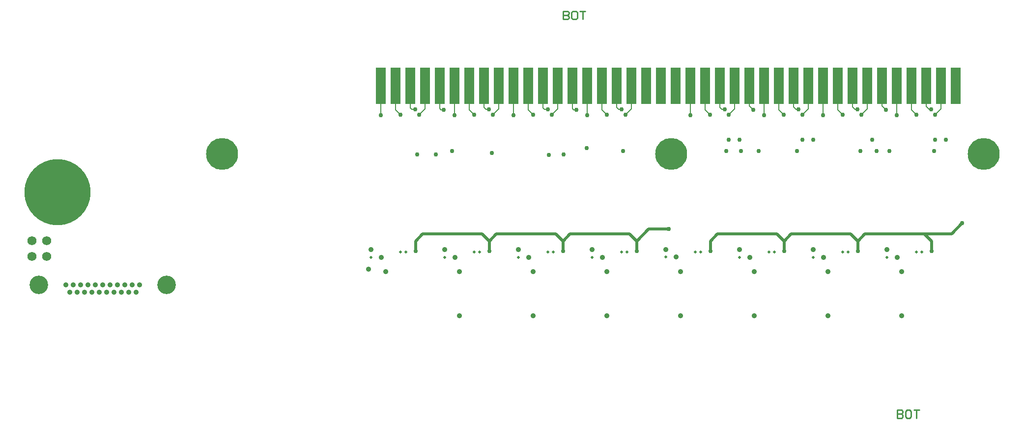
<source format=gbl>
G04 Layer_Physical_Order=6*
G04 Layer_Color=16711680*
%FSLAX25Y25*%
%MOIN*%
G70*
G01*
G75*
%ADD15C,0.02000*%
%ADD17R,0.07000X0.25000*%
%ADD20C,0.02000*%
%ADD22C,0.01000*%
%ADD23C,0.03500*%
%ADD24C,0.45000*%
%ADD25C,0.06200*%
%ADD26C,0.21700*%
%ADD27C,0.12598*%
%ADD28C,0.03000*%
%ADD37C,0.00800*%
D15*
X420962Y46928D02*
D03*
X370962D02*
D03*
X321000Y47000D02*
D03*
X271000Y46965D02*
D03*
X220962Y46928D02*
D03*
X171000Y46965D02*
D03*
X120962Y46928D02*
D03*
X144500Y50600D02*
D03*
X194500D02*
D03*
X244500D02*
D03*
X294500Y50635D02*
D03*
X341000D02*
D03*
X344500D02*
D03*
X394500Y50600D02*
D03*
X441000Y50635D02*
D03*
X444500D02*
D03*
X491000D02*
D03*
X494500D02*
D03*
X141000Y50600D02*
D03*
X291000Y50635D02*
D03*
X191000Y50600D02*
D03*
X241000D02*
D03*
X391000D02*
D03*
X471000Y46965D02*
D03*
D17*
X137500Y163500D02*
D03*
X517500D02*
D03*
X507500D02*
D03*
X497500D02*
D03*
X487500D02*
D03*
X477500D02*
D03*
X467500D02*
D03*
X457500D02*
D03*
X447500D02*
D03*
X437500D02*
D03*
X427500D02*
D03*
X417500D02*
D03*
X407500D02*
D03*
X397500D02*
D03*
X387500D02*
D03*
X377500D02*
D03*
X367500D02*
D03*
X357500D02*
D03*
X347500D02*
D03*
X337500D02*
D03*
X327500D02*
D03*
X317500D02*
D03*
X307500D02*
D03*
X297500D02*
D03*
X287500D02*
D03*
X277500D02*
D03*
X267500D02*
D03*
X257500D02*
D03*
X247500D02*
D03*
X237500D02*
D03*
X227500D02*
D03*
X217500D02*
D03*
X207500D02*
D03*
X197500D02*
D03*
X187500D02*
D03*
X177500D02*
D03*
X167500D02*
D03*
X157500D02*
D03*
X147500D02*
D03*
X127500D02*
D03*
D20*
X501162Y51062D02*
Y57944D01*
X451162Y51062D02*
Y57944D01*
X401125Y51025D02*
Y57907D01*
X251125Y51025D02*
Y57907D01*
X301087Y50987D02*
Y57869D01*
X514834Y62834D02*
X522000Y70000D01*
X496272Y62834D02*
X514834D01*
X451200Y57982D02*
X456052Y62834D01*
X496272D01*
X501162Y57944D01*
X401200Y57982D02*
X406052Y62834D01*
X446272D01*
X451162Y57944D01*
X351162D02*
X356015Y62797D01*
X396235D01*
X401125Y57907D01*
X351162Y51062D02*
Y57944D01*
X251125Y57907D02*
X255977Y62759D01*
X296197D01*
X301087Y57869D01*
X201162Y57944D02*
X206015Y62797D01*
X246235D01*
X251125Y57907D01*
X196272Y62834D02*
X201162Y57944D01*
X156052Y62834D02*
X196272D01*
X151200Y57982D02*
X156052Y62834D01*
X201162Y51062D02*
Y57944D01*
X151200Y51100D02*
Y57982D01*
X301087Y57869D02*
X309357Y66139D01*
X322757D01*
D22*
X251400Y214323D02*
Y208700D01*
X254212D01*
X255149Y209637D01*
Y210574D01*
X254212Y211512D01*
X251400D01*
X254212D01*
X255149Y212449D01*
Y213386D01*
X254212Y214323D01*
X251400D01*
X259835D02*
X257960D01*
X257023Y213386D01*
Y209637D01*
X257960Y208700D01*
X259835D01*
X260772Y209637D01*
Y213386D01*
X259835Y214323D01*
X262646D02*
X266395D01*
X264521D01*
Y208700D01*
X477952Y-56770D02*
Y-62393D01*
X480764D01*
X481701Y-61456D01*
Y-60518D01*
X480764Y-59581D01*
X477952D01*
X480764D01*
X481701Y-58644D01*
Y-57707D01*
X480764Y-56770D01*
X477952D01*
X486387D02*
X484513D01*
X483575Y-57707D01*
Y-61456D01*
X484513Y-62393D01*
X486387D01*
X487324Y-61456D01*
Y-57707D01*
X486387Y-56770D01*
X489198D02*
X492947D01*
X491073D01*
Y-62393D01*
D23*
X427962Y46928D02*
D03*
X420992Y52219D02*
D03*
X370992D02*
D03*
X377962Y46928D02*
D03*
X328000Y47000D02*
D03*
X321030Y52292D02*
D03*
X271030Y52257D02*
D03*
X278000Y46965D02*
D03*
X227962Y46928D02*
D03*
X220992Y52219D02*
D03*
X171030Y52257D02*
D03*
X178000Y46965D02*
D03*
X127962Y46928D02*
D03*
X120992Y52219D02*
D03*
X-36006Y28158D02*
D03*
X-83506Y23158D02*
D03*
X-78506D02*
D03*
X-73506D02*
D03*
X-68506D02*
D03*
X-63506D02*
D03*
X-58506D02*
D03*
X-53506D02*
D03*
X-48506D02*
D03*
X-43506D02*
D03*
X-38506D02*
D03*
X-41006Y28158D02*
D03*
X-46006D02*
D03*
X-51006D02*
D03*
X-56006D02*
D03*
X-61006D02*
D03*
X-66006D02*
D03*
X-71006D02*
D03*
X-76006D02*
D03*
X-81006D02*
D03*
X-86006D02*
D03*
X471030Y52257D02*
D03*
X478000Y46965D02*
D03*
X480874Y37200D02*
D03*
Y7200D02*
D03*
X430837Y37162D02*
D03*
Y7162D02*
D03*
X380837Y37162D02*
D03*
Y7162D02*
D03*
X330874Y37234D02*
D03*
Y7234D02*
D03*
X280874Y37200D02*
D03*
Y7200D02*
D03*
X230837Y7162D02*
D03*
X180837D02*
D03*
X230837Y37162D02*
D03*
X180837D02*
D03*
X130837D02*
D03*
X119266Y38787D02*
D03*
D24*
X-91706Y91055D02*
D03*
D25*
X-98985Y58232D02*
D03*
X-108985D02*
D03*
X-98985Y47338D02*
D03*
X-108985D02*
D03*
D26*
X324500Y117000D02*
D03*
X20000D02*
D03*
X536500D02*
D03*
D27*
X-17756Y28158D02*
D03*
X-104256D02*
D03*
D28*
X291000Y147400D02*
D03*
X241000D02*
D03*
X201000D02*
D03*
X151000D02*
D03*
X510900Y126700D02*
D03*
X501000Y147400D02*
D03*
X503600Y126700D02*
D03*
X451000Y147400D02*
D03*
X460900Y126700D02*
D03*
X363600D02*
D03*
X370900D02*
D03*
X361000Y147400D02*
D03*
X372000Y119068D02*
D03*
X491000Y143900D02*
D03*
X441000D02*
D03*
X401000D02*
D03*
X351000D02*
D03*
X281000D02*
D03*
X231000D02*
D03*
X191000D02*
D03*
X141000D02*
D03*
X413600Y126700D02*
D03*
X420900D02*
D03*
X411000Y147400D02*
D03*
X292000Y119068D02*
D03*
X410000Y119026D02*
D03*
X453600Y143900D02*
D03*
X413600D02*
D03*
X363600D02*
D03*
X293600D02*
D03*
X243600D02*
D03*
X503600D02*
D03*
X203600D02*
D03*
X153600D02*
D03*
X501200Y51100D02*
D03*
X451200D02*
D03*
X401200D02*
D03*
X177500Y143600D02*
D03*
X217500D02*
D03*
X267500D02*
D03*
X337500D02*
D03*
X387500D02*
D03*
X427500D02*
D03*
X477500D02*
D03*
X453041Y119068D02*
D03*
X503041D02*
D03*
X362000D02*
D03*
X170116Y147300D02*
D03*
X260116D02*
D03*
X380116D02*
D03*
X470116D02*
D03*
X175959Y119068D02*
D03*
X383800D02*
D03*
X464000D02*
D03*
X472500D02*
D03*
X522000Y70000D02*
D03*
X127500Y143600D02*
D03*
X351162Y51062D02*
D03*
X267147Y121065D02*
D03*
X202830Y117803D02*
D03*
X152109Y116907D02*
D03*
X164901D02*
D03*
X241566Y116595D02*
D03*
X251574Y116692D02*
D03*
X151200Y51100D02*
D03*
X201162Y51062D02*
D03*
X251200Y51100D02*
D03*
X301200Y51135D02*
D03*
X322757Y66139D02*
D03*
D37*
X288821Y147400D02*
X291000D01*
X287500Y148721D02*
Y163500D01*
Y148721D02*
X288821Y147400D01*
X238686D02*
X241000D01*
X237500Y148586D02*
Y163500D01*
Y148586D02*
X238686Y147400D01*
X198848D02*
X201000D01*
X197500Y148748D02*
Y163500D01*
Y148748D02*
X198848Y147400D01*
X147500Y148574D02*
Y163500D01*
X148674Y147400D02*
X151000D01*
X147500Y148574D02*
X148674Y147400D01*
X499537D02*
X501000D01*
X497500Y149437D02*
Y163500D01*
Y149437D02*
X499537Y147400D01*
X447500Y149122D02*
Y163500D01*
X449222Y147400D02*
X451000D01*
X447500Y149122D02*
X449222Y147400D01*
X357500Y148843D02*
Y163500D01*
X358943Y147400D02*
X361000D01*
X357500Y148843D02*
X358943Y147400D01*
X168199Y147300D02*
X170116D01*
X167500Y147999D02*
X168199Y147300D01*
X167500Y147999D02*
Y163500D01*
X258203Y147300D02*
X260116D01*
X257500Y148003D02*
X258203Y147300D01*
X257500Y148003D02*
Y163500D01*
X409301Y147400D02*
X411000D01*
X407500Y149201D02*
X409301Y147400D01*
X407500Y149201D02*
Y163500D01*
X487500Y147300D02*
X490900Y143900D01*
X487500Y147300D02*
Y163500D01*
X490900Y143900D02*
X491000D01*
X437500Y147300D02*
X440900Y143900D01*
X437500Y147300D02*
Y163500D01*
X440900Y143900D02*
X441000D01*
X397500Y147300D02*
Y163500D01*
X400900Y143900D02*
X401000D01*
X397500Y147300D02*
X400900Y143900D01*
X347500Y147300D02*
Y163500D01*
X350900Y143900D02*
X351000D01*
X347500Y147300D02*
X350900Y143900D01*
X280900D02*
X281000D01*
X277500Y147300D02*
Y163500D01*
Y147300D02*
X280900Y143900D01*
X230900D02*
X231000D01*
X227500Y147300D02*
Y163500D01*
Y147300D02*
X230900Y143900D01*
X190900D02*
X191000D01*
X187500Y147300D02*
Y163500D01*
Y147300D02*
X190900Y143900D01*
X137500Y147300D02*
X140900Y143900D01*
X137500Y147300D02*
Y163500D01*
X140900Y143900D02*
X141000D01*
X453600D02*
X457500Y147800D01*
Y163500D01*
X413600Y143900D02*
X417500Y147800D01*
Y163500D01*
X363600Y143900D02*
X367500Y147800D01*
Y163500D01*
X293600Y143900D02*
X297500Y147800D01*
Y163500D01*
X243600Y143900D02*
X247500Y147800D01*
Y163500D01*
X507500Y147800D02*
Y163500D01*
X503600Y143900D02*
X507500Y147800D01*
X207500D02*
Y163500D01*
X203600Y143900D02*
X207500Y147800D01*
X153600Y143900D02*
X157500Y147800D01*
Y163500D01*
X177500Y143600D02*
Y163500D01*
X217500Y143600D02*
Y163500D01*
X267500Y143600D02*
Y163500D01*
X337500Y143600D02*
Y163500D01*
X387500Y143600D02*
Y163500D01*
X427500Y143600D02*
Y163500D01*
X477500Y143600D02*
Y163500D01*
X377500Y149916D02*
Y163500D01*
Y149916D02*
X380116Y147300D01*
X467500Y149916D02*
Y163500D01*
Y149916D02*
X470116Y147300D01*
X127500Y143600D02*
Y163500D01*
M02*

</source>
